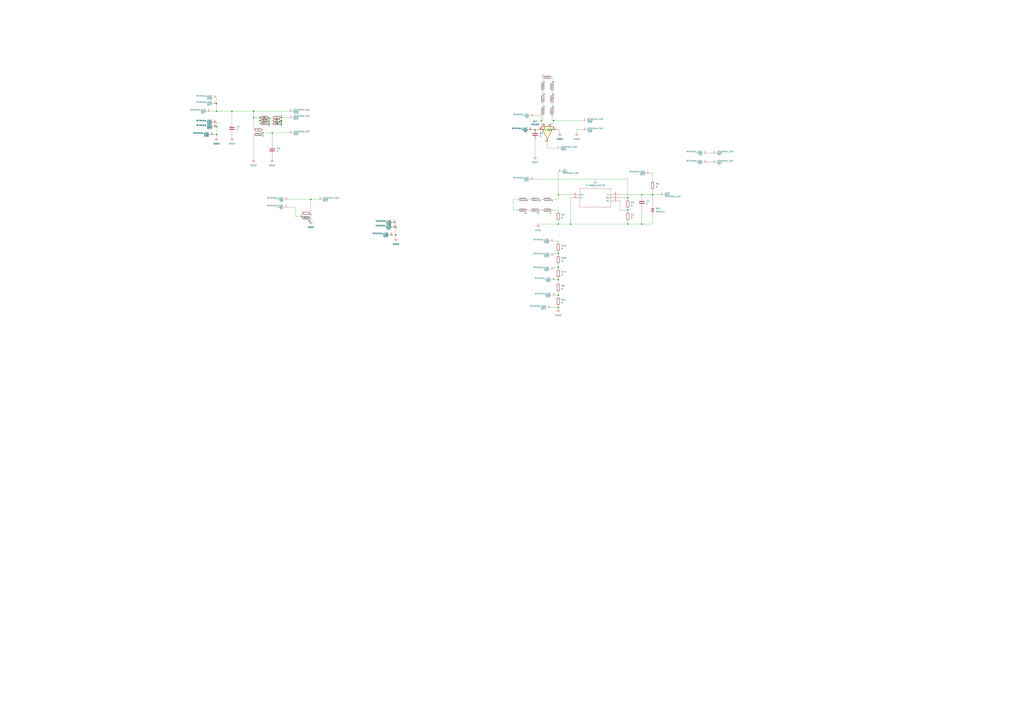
<source format=kicad_sch>
(kicad_sch (version 20230121) (generator eeschema)
  (paper "A1")
  (lib_symbols
    (symbol "Amplifier_Current:INA193" (pin_names (offset 0.127))
      (property "Reference" "U" (at 3.81 3.81 0))
      (property "Value" "INA193" (at 3.81 -3.81 0))
      (symbol "INA193_0_1"
        (polyline (pts (xy 5.08 0) (xy -5.08 5.08) (xy -5.08 -5.08) (xy 5.08 0)) (stroke (width 0.254)) (fill (type background)))
      )
      (symbol "INA193_1_1"
        (pin output line (at 7.62 0 180) (length 2.54) (name "~") (number "1"))
        (pin power_in line (at -2.54 -7.62 90) (length 3.81) (name "GND") (number "2"))
        (pin input line (at -7.62 2.54 0) (length 2.54) (name "+") (number "3"))
        (pin input line (at -7.62 -2.54 0) (length 2.54) (name "-") (number "4"))
        (pin power_in line (at -2.54 7.62 270) (length 3.81) (name "V+") (number "5"))
      )
    )
    (symbol "Connectors_for_Wire:WireHole_1p5"
      (property "Reference" "D" (at 0 -1.27 0))
      (property "Value" "WireHole_1p5" (at 0 1.27 0))
      (symbol "WireHole_1p5_1_0"
        (pin bidirectional line (at 0 0 0) (length 2.54) (name "Conn") (number "1"))
      )
    )
    (symbol "DCK5_TEX:TLV9061IDCKR" (pin_names (offset 0.254))
      (property "Reference" "U" (at 20.32 10.16 0))
      (property "Value" "TLV9061IDCKR" (at 20.32 7.62 0))
      (symbol "TLV9061IDCKR_0_1"
        (polyline (pts (xy 7.62 -10.16) (xy 33.02 -10.16)) (stroke (width 0.127)))
        (polyline (pts (xy 7.62 5.08) (xy 7.62 -10.16)) (stroke (width 0.127)))
        (polyline (pts (xy 33.02 -10.16) (xy 33.02 5.08)) (stroke (width 0.127)))
        (polyline (pts (xy 33.02 5.08) (xy 7.62 5.08)) (stroke (width 0.127)))
        (pin input line (at 0 0 0) (length 7.62) (name "IN+") (number "1"))
        (pin power_in line (at 0 -2.54 0) (length 7.62) (name "V-") (number "2"))
        (pin input line (at 40.64 -5.08 180) (length 7.62) (name "IN-") (number "3"))
        (pin output line (at 40.64 -2.54 180) (length 7.62) (name "OUT") (number "4"))
        (pin power_in line (at 40.64 0 180) (length 7.62) (name "V+") (number "5"))
      )
    )
    (symbol "Device:C" (pin_numbers hide) (pin_names (offset 0.254))
      (property "Reference" "C" (at 0.635 2.54 0))
      (property "Value" "C" (at 0.635 -2.54 0))
      (symbol "C_0_1"
        (polyline (pts (xy -2.032 -0.762) (xy 2.032 -0.762)) (stroke (width 0.508)))
        (polyline (pts (xy -2.032 0.762) (xy 2.032 0.762)) (stroke (width 0.508)))
      )
      (symbol "C_1_1"
        (pin passive line (at 0 3.81 270) (length 2.794) (name "~") (number "1"))
        (pin passive line (at 0 -3.81 90) (length 2.794) (name "~") (number "2"))
      )
    )
    (symbol "Device:R" (pin_numbers hide) (pin_names (offset 0))
      (property "Reference" "R" (at 2.032 0 90))
      (property "Value" "R" (at 0 0 90))
      (symbol "R_0_1"
        (rectangle (start -1.016 -2.54) (end 1.016 2.54) (stroke (width 0.254)))
      )
      (symbol "R_1_1"
        (pin passive line (at 0 3.81 270) (length 1.27) (name "~") (number "1"))
        (pin passive line (at 0 -3.81 90) (length 1.27) (name "~") (number "2"))
      )
    )
    (symbol "Diode:MM5Zxx" (pin_numbers hide) (pin_names hide)
      (property "Reference" "D" (at 0 2.54 0))
      (property "Value" "MM5Zxx" (at 0 -2.54 0))
      (symbol "MM5Zxx_0_1"
        (polyline (pts (xy 1.27 0) (xy -1.27 0)))
        (polyline (pts (xy -1.27 -1.27) (xy -1.27 1.27) (xy -0.762 1.27)) (stroke (width 0.254)))
        (polyline (pts (xy 1.27 -1.27) (xy 1.27 1.27) (xy -1.27 0) (xy 1.27 -1.27)) (stroke (width 0.254)))
      )
      (symbol "MM5Zxx_1_1"
        (pin passive line (at -3.81 0 0) (length 2.54) (name "K") (number "1"))
        (pin passive line (at 3.81 0 180) (length 2.54) (name "A") (number "2"))
      )
    )
    (symbol "power:GND2" (power) (pin_names (offset 0))
      (property "Value" "GND2" (at 0 -3.81 0))
      (symbol "GND2_0_1"
        (polyline (pts (xy 0 0) (xy 0 -1.27) (xy 1.27 -1.27) (xy 0 -2.54) (xy -1.27 -1.27) (xy 0 -1.27)))
      )
      (symbol "GND2_1_1"
        (pin power_in line (at 0 0 270) (length 0) hide (name "GND2") (number "1"))
      )
    )
  )
  (junction (at 458.47 160.02))
  (junction (at 213.36 99.06))
  (junction (at 247.65 177.8))
  (junction (at 527.05 184.15))
  (junction (at 515.62 162.56))
  (junction (at 231.14 99.06))
  (junction (at 515.62 172.72))
  (junction (at 325.12 193.04))
  (junction (at 255.27 163.83))
  (junction (at 458.47 219.71))
  (junction (at 458.47 242.57))
  (junction (at 454.66 99.06))
  (junction (at 177.8 104.14))
  (junction (at 515.62 184.15))
  (junction (at 458.47 184.15))
  (junction (at 177.8 85.09))
  (junction (at 223.52 109.22))
  (junction (at 458.47 252.73))
  (junction (at 458.47 208.28))
  (junction (at 177.8 91.44))
  (junction (at 177.8 110.49))
  (junction (at 468.63 184.15))
  (junction (at 444.5 99.06))
  (junction (at 208.28 96.52))
  (junction (at 325.12 186.69))
  (junction (at 458.47 229.87))
  (junction (at 208.28 91.44))
  (junction (at 231.14 96.52))
  (junction (at 215.9 109.22))
  (junction (at 190.5 91.44))
  (junction (at 527.05 160.02))
  (junction (at 439.42 106.68))
  (junction (at 213.36 96.52))
  (junction (at 535.94 160.02))
  (wire (pts (xy 509.27 160.02) (xy 527.05 160.02)))
  (wire (pts (xy 458.47 252.73) (xy 458.47 254)))
  (wire (pts (xy 445.77 95.25) (xy 445.77 99.06)))
  (wire (pts (xy 449.58 121.92) (xy 457.2 121.92)))
  (wire (pts (xy 458.47 181.61) (xy 458.47 184.15)))
  (wire (pts (xy 453.39 74.93) (xy 453.39 77.47)))
  (wire (pts (xy 458.47 232.41) (xy 458.47 229.87)))
  (wire (pts (xy 457.2 106.68) (xy 459.74 106.68)))
  (wire (pts (xy 208.28 96.52) (xy 208.28 91.44)))
  (wire (pts (xy 172.72 91.44) (xy 177.8 91.44)))
  (wire (pts (xy 509.27 162.56) (xy 515.62 162.56)))
  (wire (pts (xy 535.94 160.02) (xy 542.29 160.02)))
  (wire (pts (xy 453.39 95.25) (xy 453.39 99.06)))
  (wire (pts (xy 454.66 208.28) (xy 458.47 208.28)))
  (wire (pts (xy 177.8 85.09) (xy 177.8 91.44)))
  (wire (pts (xy 208.28 96.52) (xy 213.36 96.52)))
  (wire (pts (xy 527.05 160.02) (xy 535.94 160.02)))
  (wire (pts (xy 223.52 127) (xy 223.52 130.81)))
  (wire (pts (xy 458.47 163.83) (xy 458.47 160.02)))
  (wire (pts (xy 468.63 162.56) (xy 468.63 184.15)))
  (wire (pts (xy 177.8 100.33) (xy 177.8 104.14)))
  (wire (pts (xy 190.5 91.44) (xy 208.28 91.44)))
  (wire (pts (xy 535.94 148.59) (xy 535.94 142.24)))
  (wire (pts (xy 458.47 251.46) (xy 458.47 252.73)))
  (wire (pts (xy 453.39 85.09) (xy 453.39 87.63)))
  (wire (pts (xy 255.27 163.83) (xy 236.22 163.83)))
  (wire (pts (xy 515.62 172.72) (xy 515.62 173.99)))
  (wire (pts (xy 580.39 133.35) (xy 585.47 133.35)))
  (wire (pts (xy 190.5 91.44) (xy 190.5 101.6)))
  (wire (pts (xy 215.9 109.22) (xy 223.52 109.22)))
  (wire (pts (xy 433.07 163.83) (xy 435.61 163.83)))
  (wire (pts (xy 255.27 163.83) (xy 261.62 163.83)))
  (wire (pts (xy 458.47 209.55) (xy 458.47 208.28)))
  (wire (pts (xy 454.66 99.06) (xy 453.39 99.06)))
  (wire (pts (xy 527.05 170.18) (xy 527.05 184.15)))
  (wire (pts (xy 190.5 109.22) (xy 190.5 113.03)))
  (wire (pts (xy 515.62 172.72) (xy 515.62 171.45)))
  (wire (pts (xy 458.47 199.39) (xy 458.47 198.12)))
  (wire (pts (xy 177.8 110.49) (xy 177.8 113.03)))
  (wire (pts (xy 453.39 63.5) (xy 453.39 67.31)))
  (wire (pts (xy 459.74 106.68) (xy 459.74 109.22)))
  (wire (pts (xy 247.65 177.8) (xy 247.65 175.26)))
  (wire (pts (xy 215.9 109.22) (xy 215.9 110.49)))
  (wire (pts (xy 535.94 184.15) (xy 527.05 184.15)))
  (wire (pts (xy 458.47 220.98) (xy 458.47 219.71)))
  (wire (pts (xy 322.58 193.04) (xy 325.12 193.04)))
  (wire (pts (xy 208.28 96.52) (xy 208.28 106.68)))
  (wire (pts (xy 220.98 96.52) (xy 223.52 96.52)))
  (wire (pts (xy 220.98 99.06) (xy 223.52 99.06)))
  (wire (pts (xy 535.94 160.02) (xy 535.94 168.91)))
  (wire (pts (xy 223.52 109.22) (xy 223.52 119.38)))
  (wire (pts (xy 454.66 219.71) (xy 458.47 219.71)))
  (wire (pts (xy 535.94 156.21) (xy 535.94 160.02)))
  (wire (pts (xy 447.04 101.6) (xy 444.5 101.6)))
  (wire (pts (xy 213.36 96.52) (xy 213.36 99.06)))
  (wire (pts (xy 535.94 176.53) (xy 535.94 184.15)))
  (wire (pts (xy 438.15 147.32) (xy 515.62 147.32)))
  (wire (pts (xy 458.47 219.71) (xy 458.47 217.17)))
  (wire (pts (xy 452.12 101.6) (xy 454.66 101.6)))
  (wire (pts (xy 454.66 220.98) (xy 454.66 219.71)))
  (wire (pts (xy 458.47 172.72) (xy 458.47 173.99)))
  (wire (pts (xy 453.39 163.83) (xy 458.47 163.83)))
  (wire (pts (xy 509.27 165.1) (xy 509.27 172.72)))
  (wire (pts (xy 436.88 106.68) (xy 439.42 106.68)))
  (wire (pts (xy 458.47 208.28) (xy 458.47 207.01)))
  (wire (pts (xy 533.4 142.24) (xy 535.94 142.24)))
  (wire (pts (xy 515.62 147.32) (xy 515.62 162.56)))
  (wire (pts (xy 444.5 95.25) (xy 444.5 99.06)))
  (wire (pts (xy 220.98 101.6) (xy 223.52 101.6)))
  (wire (pts (xy 515.62 163.83) (xy 515.62 162.56)))
  (wire (pts (xy 231.14 96.52) (xy 231.14 99.06)))
  (wire (pts (xy 527.05 160.02) (xy 527.05 162.56)))
  (wire (pts (xy 445.77 85.09) (xy 445.77 87.63)))
  (wire (pts (xy 231.14 99.06) (xy 231.14 101.6)))
  (wire (pts (xy 580.39 125.73) (xy 585.47 125.73)))
  (wire (pts (xy 242.57 170.18) (xy 242.57 177.8)))
  (wire (pts (xy 175.26 110.49) (xy 177.8 110.49)))
  (wire (pts (xy 177.8 91.44) (xy 190.5 91.44)))
  (wire (pts (xy 454.66 99.06) (xy 478.79 99.06)))
  (wire (pts (xy 445.77 74.93) (xy 445.77 77.47)))
  (wire (pts (xy 458.47 184.15) (xy 468.63 184.15)))
  (wire (pts (xy 458.47 184.15) (xy 441.96 184.15)))
  (wire (pts (xy 527.05 184.15) (xy 515.62 184.15)))
  (wire (pts (xy 223.52 109.22) (xy 237.49 109.22)))
  (wire (pts (xy 255.27 175.26) (xy 255.27 163.83)))
  (wire (pts (xy 454.66 101.6) (xy 454.66 99.06)))
  (wire (pts (xy 454.66 209.55) (xy 454.66 208.28)))
  (wire (pts (xy 247.65 179.07) (xy 247.65 177.8)))
  (wire (pts (xy 325.12 182.88) (xy 325.12 186.69)))
  (wire (pts (xy 458.47 243.84) (xy 458.47 242.57)))
  (wire (pts (xy 458.47 140.97) (xy 458.47 160.02)))
  (wire (pts (xy 325.12 193.04) (xy 325.12 195.58)))
  (wire (pts (xy 421.64 163.83) (xy 421.64 172.72)))
  (wire (pts (xy 455.93 229.87) (xy 458.47 229.87)))
  (wire (pts (xy 231.14 96.52) (xy 237.49 96.52)))
  (wire (pts (xy 452.12 252.73) (xy 458.47 252.73)))
  (wire (pts (xy 255.27 179.07) (xy 255.27 181.61)))
  (wire (pts (xy 242.57 177.8) (xy 247.65 177.8)))
  (wire (pts (xy 515.62 181.61) (xy 515.62 184.15)))
  (wire (pts (xy 445.77 63.5) (xy 445.77 67.31)))
  (wire (pts (xy 236.22 170.18) (xy 242.57 170.18)))
  (wire (pts (xy 458.47 229.87) (xy 458.47 228.6)))
  (wire (pts (xy 444.5 101.6) (xy 444.5 99.06)))
  (wire (pts (xy 453.39 172.72) (xy 458.47 172.72)))
  (wire (pts (xy 215.9 106.68) (xy 215.9 109.22)))
  (wire (pts (xy 478.79 106.68) (xy 473.71 106.68)))
  (wire (pts (xy 439.42 114.3) (xy 439.42 128.27)))
  (wire (pts (xy 433.07 172.72) (xy 435.61 172.72)))
  (wire (pts (xy 443.23 163.83) (xy 445.77 163.83)))
  (wire (pts (xy 515.62 184.15) (xy 468.63 184.15)))
  (wire (pts (xy 177.8 104.14) (xy 177.8 110.49)))
  (wire (pts (xy 444.5 99.06) (xy 445.77 99.06)))
  (wire (pts (xy 177.8 80.01) (xy 177.8 85.09)))
  (wire (pts (xy 425.45 163.83) (xy 421.64 163.83)))
  (wire (pts (xy 325.12 186.69) (xy 325.12 193.04)))
  (wire (pts (xy 458.47 160.02) (xy 468.63 160.02)))
  (wire (pts (xy 458.47 242.57) (xy 455.93 242.57)))
  (wire (pts (xy 443.23 172.72) (xy 445.77 172.72)))
  (wire (pts (xy 458.47 242.57) (xy 458.47 240.03)))
  (wire (pts (xy 421.64 172.72) (xy 425.45 172.72)))
  (wire (pts (xy 438.15 95.25) (xy 444.5 95.25)))
  (wire (pts (xy 213.36 99.06) (xy 213.36 101.6)))
  (wire (pts (xy 449.58 121.92) (xy 449.58 116.84)))
  (wire (pts (xy 208.28 110.49) (xy 208.28 130.81)))
  (wire (pts (xy 509.27 172.72) (xy 515.62 172.72)))
  (wire (pts (xy 458.47 198.12) (xy 454.66 198.12)))
  (wire (pts (xy 439.42 106.68) (xy 441.96 106.68)))
  (wire (pts (xy 473.71 106.68) (xy 473.71 109.22)))
  (wire (pts (xy 208.28 91.44) (xy 237.49 91.44)))
  (symbol (lib_id "Connectors_for_Wire:WireHole_1p5") (at 580.39 125.73 180) (unit 1)
    (property "Reference" "D6" (at 576.58 127.0001 0) (effects (justify left)))
    (property "Value" "WireHole_1p5" (at 576.58 124.4601 0) (effects (justify left)))
    (property "Footprint" "Wire_holes:WireHole_1p2" (effects hide))
  )
  (symbol (lib_id "Device:R") (at 535.94 152.4 180) (unit 1)
    (property "Reference" "R5" (at 538.48 151.13 0) (effects (justify right)))
    (property "Value" "R" (at 538.48 153.67 0) (effects (justify right)))
    (property "Footprint" "Resistor_SMD:R_0603_1608Metric_Pad0.98x0.95mm_HandSolder" (effects hide))
  )
  (symbol (lib_id "Device:R") (at 458.47 213.36 180) (unit 1)
    (property "Reference" "R18" (at 461.01 212.09 0) (effects (justify right)))
    (property "Value" "R" (at 461.01 214.63 0) (effects (justify right)))
    (property "Footprint" "Resistor_SMD:R_2512_6332Metric_Pad1.40x3.35mm_HandSolder" (effects hide))
  )
  (symbol (lib_id "Connectors_for_Wire:WireHole_1p5") (at 177.8 100.33 180) (unit 1)
    (property "Reference" "D24" (at 173.99 101.6001 0) (effects (justify left)))
    (property "Value" "WireHole_1p5" (at 173.99 99.0601 0) (effects (justify left)))
    (property "Footprint" "Wire_holes:WireHole_1p2" (effects hide))
  )
  (symbol (lib_id "Amplifier_Current:INA193") (at 449.58 109.22 90) (mirror x) (unit 1)
    (property "Reference" "U17" (at 439.42 99.7519 90))
    (property "Value" "INA193" (at 439.42 102.2919 90))
    (property "Footprint" "Package_TO_SOT_SMD:SOT-23-5" (effects hide))
    (property "Datasheet" "http://www.ti.com/lit/ds/symlink/ina193.pdf" (effects hide))
  )
  (symbol (lib_id "Device:R") (at 212.09 106.68 270) (mirror x) (unit 1)
    (property "Reference" "R15" (effects hide))
    (property "Value" "R" (at 212.09 106.68 90))
    (property "Footprint" "Resistor_SMD:R_0603_1608Metric_Pad0.98x0.95mm_HandSolder" (effects hide))
  )
  (symbol (lib_id "Device:R") (at 515.62 177.8 180) (unit 1)
    (property "Reference" "R4" (at 518.16 176.53 0) (effects (justify right)))
    (property "Value" "R" (at 518.16 179.07 0) (effects (justify right)))
    (property "Footprint" "Resistor_SMD:R_0603_1608Metric_Pad0.98x0.95mm_HandSolder" (effects hide))
  )
  (symbol (lib_id "Device:R") (at 429.26 163.83 90) (unit 1)
    (property "Reference" "R23" (at 429.26 163.83 90))
    (property "Value" "R" (at 433.07 165.1 90))
    (property "Footprint" "Resistor_SMD:R_0603_1608Metric_Pad0.98x0.95mm_HandSolder" (effects hide))
  )
  (symbol (lib_id "Device:R") (at 251.46 175.26 90) (unit 1)
    (property "Reference" "R13" (effects hide))
    (property "Value" "R" (at 255.27 176.53 90))
    (property "Footprint" "Resistor_SMD:R_0603_1608Metric_Pad0.98x0.95mm_HandSolder" (effects hide))
  )
  (symbol (lib_id "power:GND2") (at 177.8 113.03 0) (unit 1)
    (property "Reference" "#PWR019" (effects hide))
    (property "Value" "GND2" (at 177.8 118.11 0))
  )
  (symbol (lib_id "Connectors_for_Wire:WireHole_1p5") (at 177.8 80.01 180) (unit 1)
    (property "Reference" "D18" (at 173.99 81.2801 0) (effects (justify left)))
    (property "Value" "WireHole_1p5" (at 173.99 78.7401 0) (effects (justify left)))
    (property "Footprint" "Wire_holes:WireHole_1p2" (effects hide))
  )
  (symbol (lib_id "Connectors_for_Wire:WireHole_1p5") (at 580.39 133.35 180) (unit 1)
    (property "Reference" "D7" (at 576.58 134.6201 0) (effects (justify left)))
    (property "Value" "WireHole_1p5" (at 576.58 132.0801 0) (effects (justify left)))
    (property "Footprint" "Wire_holes:WireHole_1p2" (effects hide))
  )
  (symbol (lib_id "Connectors_for_Wire:WireHole_1p5") (at 542.29 160.02 0) (unit 1)
    (property "Reference" "D16" (at 546.1 158.75 0) (effects (justify left)))
    (property "Value" "WireHole_1p5" (at 546.1 161.29 0) (effects (justify left)))
    (property "Footprint" "Wire_holes:WireHole_1p2" (effects hide))
  )
  (symbol (lib_id "Connectors_for_Wire:WireHole_1p5") (at 585.47 133.35 0) (mirror x) (unit 1)
    (property "Reference" "D3" (at 589.28 134.6201 0) (effects (justify left)))
    (property "Value" "WireHole_1p5" (at 589.28 132.0801 0) (effects (justify left)))
    (property "Footprint" "Wire_holes:WireHole_1p2" (effects hide))
  )
  (symbol (lib_id "Device:R") (at 217.17 101.6 90) (unit 1)
    (property "Reference" "R11" (at 217.17 101.6 90))
    (property "Value" "R" (at 220.98 102.87 90))
    (property "Footprint" "Resistor_SMD:R_0603_1608Metric_Pad0.98x0.95mm_HandSolder" (effects hide))
  )
  (symbol (lib_id "Connectors_for_Wire:WireHole_1p5") (at 237.49 109.22 0) (mirror x) (unit 1)
    (property "Reference" "D22" (at 241.3 110.4901 0) (effects (justify left)))
    (property "Value" "WireHole_1p5" (at 241.3 107.9501 0) (effects (justify left)))
    (property "Footprint" "Wire_holes:WireHole_1p2" (effects hide))
  )
  (symbol (lib_id "Connectors_for_Wire:WireHole_1p5") (at 436.88 106.68 180) (unit 1)
    (property "Reference" "D9" (at 433.07 107.9501 0) (effects (justify left)))
    (property "Value" "WireHole_1p5" (at 433.07 105.4101 0) (effects (justify left)))
    (property "Footprint" "Wire_holes:WireHole_1p2" (effects hide))
  )
  (symbol (lib_id "power:GND2") (at 439.42 128.27 0) (unit 1)
    (property "Reference" "#PWR01" (effects hide))
    (property "Value" "GND2" (at 439.42 133.35 0))
  )
  (symbol (lib_id "Device:R") (at 449.58 172.72 90) (unit 1)
    (property "Reference" "R20" (at 449.58 172.72 90))
    (property "Value" "R" (at 452.12 175.26 90))
    (property "Footprint" "Resistor_SMD:R_0603_1608Metric_Pad0.98x0.95mm_HandSolder" (effects hide))
  )
  (symbol (lib_id "Device:C") (at 439.42 110.49 0) (unit 1)
    (property "Reference" "C2" (at 443.23 109.22 0) (effects (justify left)))
    (property "Value" "C" (at 443.23 111.76 0) (effects (justify left)))
    (property "Footprint" "Capacitor_SMD:C_0603_1608Metric_Pad1.08x0.95mm_HandSolder" (effects hide))
  )
  (symbol (lib_id "Connectors_for_Wire:WireHole_1p5") (at 325.12 186.69 180) (unit 1)
    (property "Reference" "D31" (at 321.31 187.9601 0) (effects (justify left)))
    (property "Value" "WireHole_1p5" (at 321.31 185.4201 0) (effects (justify left)))
    (property "Footprint" "Wire_holes:WireHole_1p2" (effects hide))
  )
  (symbol (lib_id "Device:R") (at 212.09 110.49 270) (mirror x) (unit 1)
    (property "Reference" "R16" (at 212.09 110.49 90))
    (property "Value" "R" (at 215.9 111.76 90))
    (property "Footprint" "Resistor_SMD:R_0603_1608Metric_Pad0.98x0.95mm_HandSolder" (effects hide))
  )
  (symbol (lib_id "Device:R") (at 251.46 179.07 90) (unit 1)
    (property "Reference" "R12" (at 251.46 179.07 90))
    (property "Value" "R" (at 254 181.61 90))
    (property "Footprint" "Resistor_SMD:R_0603_1608Metric_Pad0.98x0.95mm_HandSolder" (effects hide))
  )
  (symbol (lib_id "power:GND2") (at 190.5 113.03 0) (unit 1)
    (property "Reference" "#PWR07" (effects hide))
    (property "Value" "GND2" (at 190.5 118.11 0))
  )
  (symbol (lib_id "Device:R") (at 458.47 224.79 180) (unit 1)
    (property "Reference" "R17" (at 461.01 223.52 0) (effects (justify right)))
    (property "Value" "R" (at 461.01 226.06 0) (effects (justify right)))
    (property "Footprint" "Resistor_SMD:R_2512_6332Metric_Pad1.40x3.35mm_HandSolder" (effects hide))
  )
  (symbol (lib_id "Device:C") (at 223.52 123.19 0) (unit 1)
    (property "Reference" "C3" (at 227.33 121.92 0) (effects (justify left)))
    (property "Value" "C" (at 227.33 124.46 0) (effects (justify left)))
    (property "Footprint" "Capacitor_SMD:C_0603_1608Metric_Pad1.08x0.95mm_HandSolder" (effects hide))
  )
  (symbol (lib_id "Connectors_for_Wire:WireHole_1p5") (at 175.26 110.49 180) (unit 1)
    (property "Reference" "D28" (at 171.45 111.7601 0) (effects (justify left)))
    (property "Value" "WireHole_1p5" (at 171.45 109.2201 0) (effects (justify left)))
    (property "Footprint" "Wire_holes:WireHole_1p2" (effects hide))
  )
  (symbol (lib_id "Connectors_for_Wire:WireHole_1p5") (at 438.15 147.32 180) (unit 1)
    (property "Reference" "D14" (at 434.34 148.5901 0) (effects (justify left)))
    (property "Value" "WireHole_1p5" (at 434.34 146.0501 0) (effects (justify left)))
    (property "Footprint" "Wire_holes:WireHole_1p2" (effects hide))
  )
  (symbol (lib_id "Device:C") (at 190.5 105.41 0) (unit 1)
    (property "Reference" "C4" (at 194.31 104.14 0) (effects (justify left)))
    (property "Value" "C" (at 194.31 106.68 0) (effects (justify left)))
    (property "Footprint" "Capacitor_SMD:C_0603_1608Metric_Pad1.08x0.95mm_HandSolder" (effects hide))
  )
  (symbol (lib_id "Device:R") (at 227.33 101.6 90) (unit 1)
    (property "Reference" "R8" (at 227.33 101.6 90))
    (property "Value" "R" (at 231.14 102.87 90))
    (property "Footprint" "Resistor_SMD:R_0603_1608Metric_Pad0.98x0.95mm_HandSolder" (effects hide))
  )
  (symbol (lib_id "Connectors_for_Wire:WireHole_1p5") (at 237.49 96.52 0) (mirror x) (unit 1)
    (property "Reference" "D21" (at 241.3 97.7901 0) (effects (justify left)))
    (property "Value" "WireHole_1p5" (at 241.3 95.2501 0) (effects (justify left)))
    (property "Footprint" "Wire_holes:WireHole_1p2" (effects hide))
  )
  (symbol (lib_id "power:GND2") (at 255.27 181.61 0) (unit 1)
    (property "Reference" "#PWR03" (effects hide))
    (property "Value" "GND2" (at 255.27 186.69 0))
  )
  (symbol (lib_id "Connectors_for_Wire:WireHole_1p5") (at 458.47 140.97 0) (unit 1)
    (property "Reference" "D1" (at 462.28 139.7 0) (effects (justify left)))
    (property "Value" "WireHole_1p5" (at 462.28 142.24 0) (effects (justify left)))
    (property "Footprint" "Wire_holes:WireHole_1p2" (effects hide))
  )
  (symbol (lib_id "power:GND2") (at 441.96 184.15 0) (unit 1)
    (property "Reference" "#PWR05" (effects hide))
    (property "Value" "GND2" (at 441.96 189.23 0))
  )
  (symbol (lib_id "Device:R") (at 453.39 81.28 180) (unit 1)
    (property "Reference" "R30" (at 453.39 81.28 90))
    (property "Value" "R" (at 454.66 77.47 90))
    (property "Footprint" "Resistor_SMD:R_0603_1608Metric_Pad0.98x0.95mm_HandSolder" (effects hide))
  )
  (symbol (lib_id "Device:R") (at 515.62 167.64 180) (unit 1)
    (property "Reference" "R3" (at 518.16 166.37 0) (effects (justify right)))
    (property "Value" "R" (at 518.16 168.91 0) (effects (justify right)))
    (property "Footprint" "Resistor_SMD:R_0603_1608Metric_Pad0.98x0.95mm_HandSolder" (effects hide))
  )
  (symbol (lib_id "Device:R") (at 439.42 172.72 90) (unit 1)
    (property "Reference" "R21" (at 439.42 172.72 90))
    (property "Value" "R" (at 441.96 175.26 90))
    (property "Footprint" "Resistor_SMD:R_0603_1608Metric_Pad0.98x0.95mm_HandSolder" (effects hide))
  )
  (symbol (lib_id "Device:R") (at 458.47 247.65 180) (unit 1)
    (property "Reference" "R14" (at 461.01 246.38 0) (effects (justify right)))
    (property "Value" "R" (at 461.01 248.92 0) (effects (justify right)))
    (property "Footprint" "Resistor_SMD:R_2512_6332Metric_Pad1.40x3.35mm_HandSolder" (effects hide))
  )
  (symbol (lib_id "DCK5_TEX:TLV9061IDCKR") (at 468.63 160.02 0) (unit 1)
    (property "Reference" "U2" (at 488.95 149.86 0) (effects (font (size 1.524 1.524))))
    (property "Value" "TLV9061IDCKR" (at 488.95 152.4 0) (effects (font (size 1.524 1.524))))
    (property "Footprint" "ul_TLV9061IDCKR:DCK5_TEX" (effects hide))
    (property "Datasheet" "TLV9061IDCKR" (effects hide))
  )
  (symbol (lib_id "Device:R") (at 217.17 99.06 90) (unit 1)
    (property "Reference" "R10" (at 217.17 99.06 90))
    (property "Value" "R" (at 220.98 100.33 90))
    (property "Footprint" "Resistor_SMD:R_0603_1608Metric_Pad0.98x0.95mm_HandSolder" (effects hide))
  )
  (symbol (lib_id "Device:R") (at 458.47 177.8 0) (unit 1)
    (property "Reference" "R2" (at 461.01 176.53 0) (effects (justify left)))
    (property "Value" "R" (at 461.01 179.07 0) (effects (justify left)))
    (property "Footprint" "Resistor_SMD:R_0603_1608Metric_Pad0.98x0.95mm_HandSolder" (effects hide))
  )
  (symbol (lib_id "Connectors_for_Wire:WireHole_1p5") (at 261.62 163.83 0) (mirror x) (unit 1)
    (property "Reference" "D12" (at 265.43 165.1001 0) (effects (justify left)))
    (property "Value" "WireHole_1p5" (at 265.43 162.5601 0) (effects (justify left)))
    (property "Footprint" "Wire_holes:WireHole_1p2" (effects hide))
  )
  (symbol (lib_id "Device:R") (at 453.39 91.44 180) (unit 1)
    (property "Reference" "R31" (at 453.39 91.44 90))
    (property "Value" "R" (at 454.66 87.63 90))
    (property "Footprint" "Resistor_SMD:R_0603_1608Metric_Pad0.98x0.95mm_HandSolder" (effects hide))
  )
  (symbol (lib_id "Connectors_for_Wire:WireHole_1p5") (at 478.79 106.68 0) (mirror x) (unit 1)
    (property "Reference" "D30" (at 482.6 107.9501 0) (effects (justify left)))
    (property "Value" "WireHole_1p5" (at 482.6 105.4101 0) (effects (justify left)))
    (property "Footprint" "Wire_holes:WireHole_1p2" (effects hide))
  )
  (symbol (lib_id "Connectors_for_Wire:WireHole_1p5") (at 325.12 182.88 180) (unit 1)
    (property "Reference" "D26" (at 321.31 184.1501 0) (effects (justify left)))
    (property "Value" "WireHole_1p5" (at 321.31 181.6101 0) (effects (justify left)))
    (property "Footprint" "Wire_holes:WireHole_1p2" (effects hide))
  )
  (symbol (lib_id "Device:R") (at 453.39 71.12 180) (unit 1)
    (property "Reference" "R29" (at 453.39 71.12 90))
    (property "Value" "R" (at 454.66 67.31 90))
    (property "Footprint" "Resistor_SMD:R_0603_1608Metric_Pad0.98x0.95mm_HandSolder" (effects hide))
  )
  (symbol (lib_id "Device:R") (at 439.42 163.83 90) (unit 1)
    (property "Reference" "R24" (at 439.42 163.83 90))
    (property "Value" "R" (at 443.23 165.1 90))
    (property "Footprint" "Resistor_SMD:R_0603_1608Metric_Pad0.98x0.95mm_HandSolder" (effects hide))
  )
  (symbol (lib_id "Connectors_for_Wire:WireHole_1p5") (at 236.22 163.83 180) (unit 1)
    (property "Reference" "D8" (at 232.41 165.1001 0) (effects (justify left)))
    (property "Value" "WireHole_1p5" (at 232.41 162.5601 0) (effects (justify left)))
    (property "Footprint" "Wire_holes:WireHole_1p2" (effects hide))
  )
  (symbol (lib_id "power:GND2") (at 458.47 254 0) (unit 1)
    (property "Reference" "#PWR04" (effects hide))
    (property "Value" "GND2" (at 458.47 259.08 0))
  )
  (symbol (lib_id "Device:R") (at 429.26 172.72 90) (unit 1)
    (property "Reference" "R22" (at 429.26 172.72 90))
    (property "Value" "R" (at 431.8 175.26 90))
    (property "Footprint" "Resistor_SMD:R_0603_1608Metric_Pad0.98x0.95mm_HandSolder" (effects hide))
  )
  (symbol (lib_id "Device:R") (at 449.58 63.5 270) (unit 1)
    (property "Reference" "R32" (at 449.58 63.5 90))
    (property "Value" "R" (at 445.77 62.23 90))
    (property "Footprint" "Resistor_SMD:R_0603_1608Metric_Pad0.98x0.95mm_HandSolder" (effects hide))
  )
  (symbol (lib_id "Connectors_for_Wire:WireHole_1p5") (at 454.66 209.55 180) (unit 1)
    (property "Reference" "D33" (at 450.85 210.8201 0) (effects (justify left)))
    (property "Value" "WireHole_1p5" (at 450.85 208.2801 0) (effects (justify left)))
    (property "Footprint" "Wire_holes:WireHole_1p2" (effects hide))
  )
  (symbol (lib_id "Connectors_for_Wire:WireHole_1p5") (at 237.49 91.44 0) (mirror x) (unit 1)
    (property "Reference" "D20" (at 241.3 92.7101 0) (effects (justify left)))
    (property "Value" "WireHole_1p5" (at 241.3 90.1701 0) (effects (justify left)))
    (property "Footprint" "Wire_holes:WireHole_1p2" (effects hide))
  )
  (symbol (lib_id "Device:R") (at 449.58 163.83 90) (unit 1)
    (property "Reference" "R25" (at 449.58 163.83 90))
    (property "Value" "R" (at 453.39 165.1 90))
    (property "Footprint" "Resistor_SMD:R_0603_1608Metric_Pad0.98x0.95mm_HandSolder" (effects hide))
  )
  (symbol (lib_id "Diode:MM5Zxx") (at 535.94 172.72 270) (unit 1)
    (property "Reference" "D23" (at 538.48 171.45 90) (effects (justify left)))
    (property "Value" "MM5Zxx" (at 538.48 173.99 90) (effects (justify left)))
    (property "Footprint" "Diode_SMD:D_SOD-523" (effects hide))
    (property "Datasheet" "https://diotec.com/tl_files/diotec/files/pdf/datasheets/mm5z2v4.pdf" (effects hide))
  )
  (symbol (lib_id "Connectors_for_Wire:WireHole_1p5") (at 478.79 99.06 0) (mirror x) (unit 1)
    (property "Reference" "D29" (at 482.6 100.3301 0) (effects (justify left)))
    (property "Value" "WireHole_1p5" (at 482.6 97.7901 0) (effects (justify left)))
    (property "Footprint" "Wire_holes:WireHole_1p2" (effects hide))
  )
  (symbol (lib_id "power:GND2") (at 459.74 109.22 0) (unit 1)
    (property "Reference" "#PWR013" (effects hide))
    (property "Value" "GND2" (at 459.74 114.3 0))
  )
  (symbol (lib_id "Connectors_for_Wire:WireHole_1p5") (at 457.2 121.92 0) (mirror x) (unit 1)
    (property "Reference" "D15" (at 461.01 123.1901 0) (effects (justify left)))
    (property "Value" "WireHole_1p5" (at 461.01 120.6501 0) (effects (justify left)))
    (property "Footprint" "Wire_holes:WireHole_1p2" (effects hide))
  )
  (symbol (lib_id "Connectors_for_Wire:WireHole_1p5") (at 454.66 220.98 180) (unit 1)
    (property "Reference" "D34" (at 450.85 222.2501 0) (effects (justify left)))
    (property "Value" "WireHole_1p5" (at 450.85 219.7101 0) (effects (justify left)))
    (property "Footprint" "Wire_holes:WireHole_1p2" (effects hide))
  )
  (symbol (lib_id "Connectors_for_Wire:WireHole_1p5") (at 455.93 229.87 180) (unit 1)
    (property "Reference" "D32" (at 452.12 231.1401 0) (effects (justify left)))
    (property "Value" "WireHole_1p5" (at 452.12 228.6001 0) (effects (justify left)))
    (property "Footprint" "Wire_holes:WireHole_1p2" (effects hide))
  )
  (symbol (lib_id "Device:R") (at 445.77 91.44 180) (unit 1)
    (property "Reference" "R26" (at 445.77 91.44 90))
    (property "Value" "R" (at 447.04 87.63 90))
    (property "Footprint" "Resistor_SMD:R_0603_1608Metric_Pad0.98x0.95mm_HandSolder" (effects hide))
  )
  (symbol (lib_id "Connectors_for_Wire:WireHole_1p5") (at 455.93 242.57 180) (unit 1)
    (property "Reference" "D10" (at 452.12 243.8401 0) (effects (justify left)))
    (property "Value" "WireHole_1p5" (at 452.12 241.3001 0) (effects (justify left)))
    (property "Footprint" "Wire_holes:WireHole_1p2" (effects hide))
  )
  (symbol (lib_id "Device:R") (at 227.33 96.52 90) (unit 1)
    (property "Reference" "R1" (at 227.33 96.52 90))
    (property "Value" "R" (at 231.14 95.25 90))
    (property "Footprint" "Resistor_SMD:R_0603_1608Metric_Pad0.98x0.95mm_HandSolder" (effects hide))
  )
  (symbol (lib_id "Device:C") (at 527.05 166.37 0) (unit 1)
    (property "Reference" "C1" (at 530.86 165.1 0) (effects (justify left)))
    (property "Value" "C" (at 530.86 167.64 0) (effects (justify left)))
    (property "Footprint" "Capacitor_SMD:C_0603_1608Metric_Pad1.08x0.95mm_HandSolder" (effects hide))
  )
  (symbol (lib_id "Connectors_for_Wire:WireHole_1p5") (at 438.15 95.25 180) (unit 1)
    (property "Reference" "D4" (at 434.34 96.5201 0) (effects (justify left)))
    (property "Value" "WireHole_1p5" (at 434.34 93.9801 0) (effects (justify left)))
    (property "Footprint" "Wire_holes:WireHole_1p2" (effects hide))
  )
  (symbol (lib_id "Device:R") (at 458.47 236.22 180) (unit 1)
    (property "Reference" "R6" (at 461.01 234.95 0) (effects (justify right)))
    (property "Value" "R" (at 461.01 237.49 0) (effects (justify right)))
    (property "Footprint" "Resistor_SMD:R_2512_6332Metric_Pad1.40x3.35mm_HandSolder" (effects hide))
  )
  (symbol (lib_id "power:GND2") (at 223.52 130.81 0) (unit 1)
    (property "Reference" "#PWR06" (effects hide))
    (property "Value" "GND2" (at 223.52 135.89 0))
  )
  (symbol (lib_id "Device:R") (at 445.77 81.28 180) (unit 1)
    (property "Reference" "R27" (at 445.77 81.28 90))
    (property "Value" "R" (at 447.04 77.47 90))
    (property "Footprint" "Resistor_SMD:R_0603_1608Metric_Pad0.98x0.95mm_HandSolder" (effects hide))
  )
  (symbol (lib_id "Device:R") (at 458.47 203.2 180) (unit 1)
    (property "Reference" "R19" (at 461.01 201.93 0) (effects (justify right)))
    (property "Value" "R" (at 461.01 204.47 0) (effects (justify right)))
    (property "Footprint" "Resistor_SMD:R_2512_6332Metric_Pad1.40x3.35mm_HandSolder" (effects hide))
  )
  (symbol (lib_id "Connectors_for_Wire:WireHole_1p5") (at 533.4 142.24 180) (unit 1)
    (property "Reference" "D13" (at 529.59 143.5101 0) (effects (justify left)))
    (property "Value" "WireHole_1p5" (at 529.59 140.9701 0) (effects (justify left)))
    (property "Footprint" "Wire_holes:WireHole_1p2" (effects hide))
  )
  (symbol (lib_id "power:GND2") (at 325.12 195.58 0) (unit 1)
    (property "Reference" "#PWR08" (effects hide))
    (property "Value" "GND2" (at 325.12 200.66 0))
  )
  (symbol (lib_id "Connectors_for_Wire:WireHole_1p5") (at 454.66 198.12 180) (unit 1)
    (property "Reference" "D35" (at 450.85 199.3901 0) (effects (justify left)))
    (property "Value" "WireHole_1p5" (at 450.85 196.8501 0) (effects (justify left)))
    (property "Footprint" "Wire_holes:WireHole_1p2" (effects hide))
  )
  (symbol (lib_id "Connectors_for_Wire:WireHole_1p5") (at 177.8 104.14 180) (unit 1)
    (property "Reference" "D19" (at 173.99 105.4101 0) (effects (justify left)))
    (property "Value" "WireHole_1p5" (at 173.99 102.8701 0) (effects (justify left)))
    (property "Footprint" "Wire_holes:WireHole_1p2" (effects hide))
  )
  (symbol (lib_id "power:GND2") (at 473.71 109.22 0) (unit 1)
    (property "Reference" "#PWR018" (effects hide))
    (property "Value" "GND2" (at 473.71 114.3 0))
  )
  (symbol (lib_id "Connectors_for_Wire:WireHole_1p5") (at 236.22 170.18 180) (unit 1)
    (property "Reference" "D5" (at 232.41 171.4501 0) (effects (justify left)))
    (property "Value" "WireHole_1p5" (at 232.41 168.9101 0) (effects (justify left)))
    (property "Footprint" "Wire_holes:WireHole_1p2" (effects hide))
  )
  (symbol (lib_id "Connectors_for_Wire:WireHole_1p5") (at 172.72 91.44 180) (unit 1)
    (property "Reference" "D27" (at 168.91 92.7101 0) (effects (justify left)))
    (property "Value" "WireHole_1p5" (at 168.91 90.1701 0) (effects (justify left)))
    (property "Footprint" "Wire_holes:WireHole_1p2" (effects hide))
  )
  (symbol (lib_id "Connectors_for_Wire:WireHole_1p5") (at 452.12 252.73 180) (unit 1)
    (property "Reference" "D11" (at 448.31 254.0001 0) (effects (justify left)))
    (property "Value" "WireHole_1p5" (at 448.31 251.4601 0) (effects (justify left)))
    (property "Footprint" "Wire_holes:WireHole_1p2" (effects hide))
  )
  (symbol (lib_id "Connectors_for_Wire:WireHole_1p5") (at 585.47 125.73 0) (mirror x) (unit 1)
    (property "Reference" "D2" (at 589.28 127.0001 0) (effects (justify left)))
    (property "Value" "WireHole_1p5" (at 589.28 124.4601 0) (effects (justify left)))
    (property "Footprint" "Wire_holes:WireHole_1p2" (effects hide))
  )
  (symbol (lib_id "Device:R") (at 217.17 96.52 90) (unit 1)
    (property "Reference" "R9" (at 217.17 96.52 90))
    (property "Value" "R" (at 220.98 97.79 90))
    (property "Footprint" "Resistor_SMD:R_0603_1608Metric_Pad0.98x0.95mm_HandSolder" (effects hide))
  )
  (symbol (lib_id "Device:R") (at 445.77 71.12 180) (unit 1)
    (property "Reference" "R28" (at 445.77 71.12 90))
    (property "Value" "R" (at 447.04 67.31 90))
    (property "Footprint" "Resistor_SMD:R_0603_1608Metric_Pad0.98x0.95mm_HandSolder" (effects hide))
  )
  (symbol (lib_id "power:GND2") (at 208.28 130.81 0) (unit 1)
    (property "Reference" "#PWR02" (effects hide))
    (property "Value" "GND2" (at 208.28 135.89 0))
  )
  (symbol (lib_id "Device:R") (at 227.33 99.06 90) (unit 1)
    (property "Reference" "R7" (at 227.33 99.06 90))
    (property "Value" "R" (at 231.14 100.33 90))
    (property "Footprint" "Resistor_SMD:R_0603_1608Metric_Pad0.98x0.95mm_HandSolder" (effects hide))
  )
  (symbol (lib_id "Connectors_for_Wire:WireHole_1p5") (at 177.8 85.09 180) (unit 1)
    (property "Reference" "D17" (at 173.99 86.3601 0) (effects (justify left)))
    (property "Value" "WireHole_1p5" (at 173.99 83.8201 0) (effects (justify left)))
    (property "Footprint" "Wire_holes:WireHole_1p2" (effects hide))
  )
  (symbol (lib_id "Connectors_for_Wire:WireHole_1p5") (at 322.58 193.04 180) (unit 1)
    (property "Reference" "D25" (at 318.77 194.3101 0) (effects (justify left)))
    (property "Value" "WireHole_1p5" (at 318.77 191.7701 0) (effects (justify left)))
    (property "Footprint" "Wire_holes:WireHole_1p2" (effects hide))
  )
)
</source>
